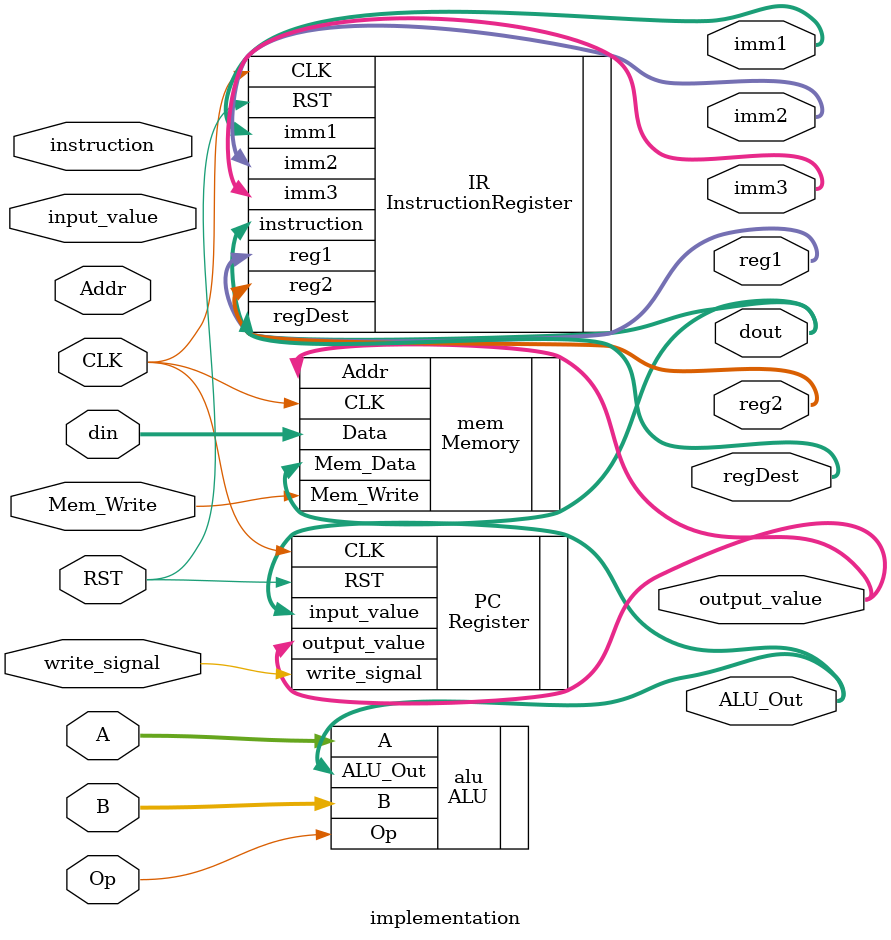
<source format=v>
module implementation(
// Register inputs and out
input [15:0] input_value,
input  CLK, RST,write_signal,
output wire [15:0] output_value,


// Memory input and out
input  [15:0] din,
input  [15:0] Addr,
input  Mem_Write,
output wire [15:0] dout,

// ALU inputs and out
input  [15:0] A, B,
input  Op,
output wire [15:0] ALU_Out,


//Instruction Register
input  [15:0] instruction,
output wire [1:0] reg1, reg2, regDest,
output wire [5:0] imm1,
output wire [7:0] imm2,
output wire [9:0] imm3
);



//wire [15:0] output_value;


ALU alu (
		.A(A),
		.B(B),
		.Op(Op),
		.ALU_Out(ALU_Out)
	);

Memory mem (
.Data(din),
.Addr(output_value),
.Mem_Write(Mem_Write),
.CLK(CLK),
.Mem_Data(dout)
);

Register PC(
.CLK(CLK),
.input_value(ALU_Out),
.RST(RST),
.output_value(output_value),
.write_signal(write_signal)
);

InstructionRegister IR(
.instruction(dout),
.CLK(CLK),.RST(RST),
.reg1(reg1), .reg2(reg2), .regDest(regDest),
.imm1(imm1), .imm2(imm2), .imm3(imm3)
);


endmodule

</source>
